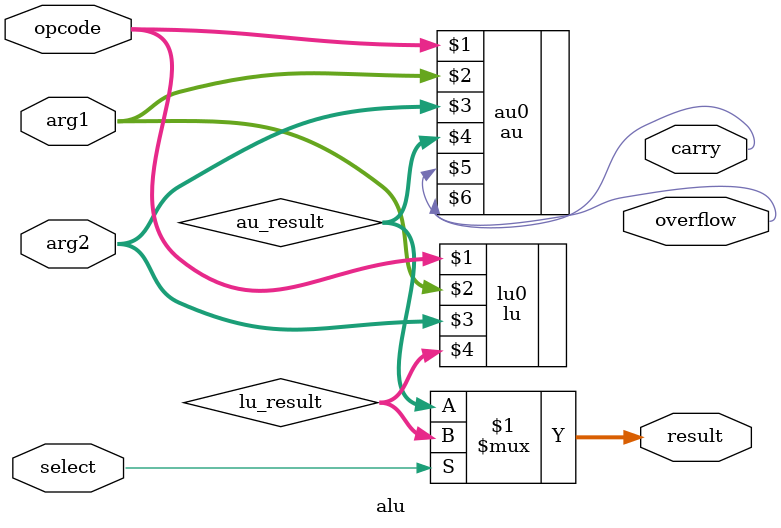
<source format=v>
`include "components/au.v"
`include "components/lu.v"

module alu(
    input wire select,
    input wire [2:0] opcode,
    input wire [15:0] arg1,
    input wire [15:0] arg2,
    output wire [15:0] result,
    output wire carry,
    output wire overflow);

wire [15:0] au_result;
wire [15:0] lu_result;

au au0 (opcode, arg1, arg2, au_result, carry, overflow);
lu lu0 (opcode, arg1, arg2, lu_result);

assign result = select ? lu_result : au_result;

endmodule // alu

</source>
